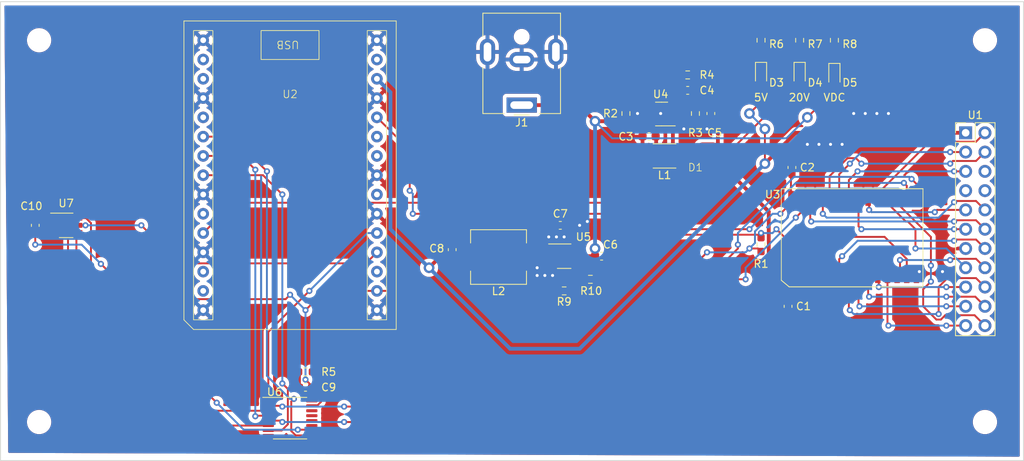
<source format=kicad_pcb>
(kicad_pcb (version 20221018) (generator pcbnew)

  (general
    (thickness 1.6)
  )

  (paper "A4")
  (layers
    (0 "F.Cu" signal)
    (31 "B.Cu" signal)
    (32 "B.Adhes" user "B.Adhesive")
    (33 "F.Adhes" user "F.Adhesive")
    (34 "B.Paste" user)
    (35 "F.Paste" user)
    (36 "B.SilkS" user "B.Silkscreen")
    (37 "F.SilkS" user "F.Silkscreen")
    (38 "B.Mask" user)
    (39 "F.Mask" user)
    (40 "Dwgs.User" user "User.Drawings")
    (41 "Cmts.User" user "User.Comments")
    (42 "Eco1.User" user "User.Eco1")
    (43 "Eco2.User" user "User.Eco2")
    (44 "Edge.Cuts" user)
    (45 "Margin" user)
    (46 "B.CrtYd" user "B.Courtyard")
    (47 "F.CrtYd" user "F.Courtyard")
    (48 "B.Fab" user)
    (49 "F.Fab" user)
    (50 "User.1" user)
    (51 "User.2" user)
    (52 "User.3" user)
    (53 "User.4" user)
    (54 "User.5" user)
    (55 "User.6" user)
    (56 "User.7" user)
    (57 "User.8" user)
    (58 "User.9" user)
  )

  (setup
    (pad_to_mask_clearance 0)
    (pcbplotparams
      (layerselection 0x00010fc_ffffffff)
      (plot_on_all_layers_selection 0x0000000_00000000)
      (disableapertmacros false)
      (usegerberextensions false)
      (usegerberattributes true)
      (usegerberadvancedattributes true)
      (creategerberjobfile true)
      (dashed_line_dash_ratio 12.000000)
      (dashed_line_gap_ratio 3.000000)
      (svgprecision 4)
      (plotframeref false)
      (viasonmask false)
      (mode 1)
      (useauxorigin false)
      (hpglpennumber 1)
      (hpglpenspeed 20)
      (hpglpendiameter 15.000000)
      (dxfpolygonmode true)
      (dxfimperialunits true)
      (dxfusepcbnewfont true)
      (psnegative false)
      (psa4output false)
      (plotreference true)
      (plotvalue true)
      (plotinvisibletext false)
      (sketchpadsonfab false)
      (subtractmaskfromsilk false)
      (outputformat 1)
      (mirror false)
      (drillshape 1)
      (scaleselection 1)
      (outputdirectory "")
    )
  )

  (net 0 "")
  (net 1 "+24V")
  (net 2 "GND")
  (net 3 "+3V3")
  (net 4 "VDC")
  (net 5 "Net-(U4-FB)")
  (net 6 "Net-(U5-CB)")
  (net 7 "Net-(U5-SW)")
  (net 8 "+5V")
  (net 9 "Net-(D1-A)")
  (net 10 "/BLANK")
  (net 11 "Net-(U4-EN)")
  (net 12 "Net-(U6-EN)")
  (net 13 "/DOT")
  (net 14 "/D")
  (net 15 "/C")
  (net 16 "/E")
  (net 17 "unconnected-(U1-NC-Pad6)")
  (net 18 "unconnected-(U1-NC-Pad7)")
  (net 19 "unconnected-(U1-NC-Pad8)")
  (net 20 "/G")
  (net 21 "/B")
  (net 22 "/F")
  (net 23 "/A")
  (net 24 "/GRID8")
  (net 25 "/GRID0")
  (net 26 "/GRID2")
  (net 27 "/GRID4")
  (net 28 "/GRID7")
  (net 29 "/GRID6")
  (net 30 "/GRID5")
  (net 31 "/GRID3")
  (net 32 "/GRID1")
  (net 33 "unconnected-(U2-RST-Pad4)")
  (net 34 "unconnected-(U2-GPIO4,ADC1_CH4,FSPIHD,MTMS-Pad6)")
  (net 35 "/SPI_MISO")
  (net 36 "/SPI_SCLK")
  (net 37 "/SPI_MOSI")
  (net 38 "unconnected-(U2-GPIO8,RGB-Pad11)")
  (net 39 "/LATCH")
  (net 40 "unconnected-(U2-GPIO0,ADC1_CH0,XTAL_32K_P-Pad17)")
  (net 41 "unconnected-(U2-GPIO1,ADC1_CH1,XTAL_32K_N-Pad18)")
  (net 42 "/TMP_CS")
  (net 43 "Net-(U2-GPIO3,ADC1_CH3)")
  (net 44 "unconnected-(U2-GPIO20,U0RXD,RX-Pad24)")
  (net 45 "unconnected-(U2-GPIO21,U0TXD,TX-Pad25)")
  (net 46 "unconnected-(U2-GPIO18-Pad27)")
  (net 47 "unconnected-(U2-GPIO19-Pad28)")
  (net 48 "unconnected-(U3-DOUT-Pad2)")
  (net 49 "unconnected-(U3-OUT19-Pad3)")
  (net 50 "unconnected-(U3-OUT18-Pad4)")
  (net 51 "unconnected-(U3-OUT17-Pad5)")
  (net 52 "/SPI_A_SCLK")
  (net 53 "/SPI_A_MOSI")
  (net 54 "Net-(U5-FB)")
  (net 55 "/SPI_B_SCLK")
  (net 56 "/SPI_B_MOSI")
  (net 57 "/SPI_B_MISO")
  (net 58 "unconnected-(U6-S3A-Pad11)")
  (net 59 "unconnected-(U6-D4-Pad12)")
  (net 60 "unconnected-(U6-S4B-Pad13)")
  (net 61 "unconnected-(U6-S4A-Pad14)")
  (net 62 "Net-(D3-K)")
  (net 63 "Net-(D4-K)")
  (net 64 "Net-(D5-K)")

  (footprint "Resistor_SMD:R_0603_1608Metric_Pad0.98x0.95mm_HandSolder" (layer "F.Cu") (at 106.68 49.784 90))

  (footprint "Capacitor_SMD:C_0603_1608Metric_Pad1.08x0.95mm_HandSolder" (layer "F.Cu") (at 88.9 64.516 180))

  (footprint "Capacitor_SMD:C_0603_1608Metric_Pad1.08x0.95mm_HandSolder" (layer "F.Cu") (at 19.812 64.516 -90))

  (footprint "Capacitor_SMD:C_0603_1608Metric_Pad1.08x0.95mm_HandSolder" (layer "F.Cu") (at 105.664 46.736))

  (footprint "Capacitor_SMD:C_0603_1608Metric_Pad1.08x0.95mm_HandSolder" (layer "F.Cu") (at 94.3345 68.58))

  (footprint "Resistor_SMD:R_0603_1608Metric_Pad0.98x0.95mm_HandSolder" (layer "F.Cu") (at 92.8605 71.628))

  (footprint "Capacitor_SMD:C_0603_1608Metric_Pad1.08x0.95mm_HandSolder" (layer "F.Cu") (at 118.872 75.184 -90))

  (footprint "esp-clock:esp32c3_devkit_minim1" (layer "F.Cu") (at 53.34 57.912 90))

  (footprint "MountingHole:MountingHole_2.7mm_M2.5" (layer "F.Cu") (at 20.32 40.132))

  (footprint "Resistor_SMD:R_0603_1608Metric_Pad0.98x0.95mm_HandSolder" (layer "F.Cu") (at 120.396 40.132 -90))

  (footprint "Package_TO_SOT_SMD:SOT-23-6_Handsoldering" (layer "F.Cu") (at 23.876 64.516))

  (footprint "Inductor_SMD:L_Taiyo-Yuden_MD-3030" (layer "F.Cu") (at 102.616 55.372))

  (footprint "Package_TO_SOT_SMD:SOT-23-5" (layer "F.Cu") (at 102.2295 49.85 180))

  (footprint "Capacitor_SMD:C_0603_1608Metric_Pad1.08x0.95mm_HandSolder" (layer "F.Cu") (at 55.372 85.852 180))

  (footprint "Resistor_SMD:R_0603_1608Metric_Pad0.98x0.95mm_HandSolder" (layer "F.Cu") (at 115.316 67.056 -90))

  (footprint "Capacitor_SMD:C_0603_1608Metric_Pad1.08x0.95mm_HandSolder" (layer "F.Cu") (at 119.38 56.896 90))

  (footprint "LED_SMD:LED_0603_1608Metric_Pad1.05x0.95mm_HandSolder" (layer "F.Cu") (at 124.968 44.845 -90))

  (footprint "Capacitor_SMD:C_0603_1608Metric_Pad1.08x0.95mm_HandSolder" (layer "F.Cu") (at 100.584 52.832 180))

  (footprint "Connector_PinHeader_2.54mm:PinHeader_2x11_P2.54mm_Vertical" (layer "F.Cu") (at 142.24 52.324))

  (footprint "Resistor_SMD:R_0603_1608Metric_Pad0.98x0.95mm_HandSolder" (layer "F.Cu") (at 124.968 40.132 -90))

  (footprint "Capacitor_SMD:C_0603_1608Metric_Pad1.08x0.95mm_HandSolder" (layer "F.Cu") (at 74.676 67.7175 90))

  (footprint "Resistor_SMD:R_0603_1608Metric_Pad0.98x0.95mm_HandSolder" (layer "F.Cu") (at 97.536 49.784 90))

  (footprint "LED_SMD:LED_0603_1608Metric_Pad1.05x0.95mm_HandSolder" (layer "F.Cu") (at 120.396 44.704 -90))

  (footprint "LED_SMD:LED_0603_1608Metric_Pad1.05x0.95mm_HandSolder" (layer "F.Cu") (at 115.316 44.704 -90))

  (footprint "esp-clock:WSO-28" (layer "F.Cu") (at 127.508 66.04))

  (footprint "MountingHole:MountingHole_2.7mm_M2.5" (layer "F.Cu") (at 20.32 90.424))

  (footprint "Resistor_SMD:R_0603_1608Metric_Pad0.98x0.95mm_HandSolder" (layer "F.Cu") (at 105.664 44.704 180))

  (footprint "Capacitor_SMD:C_0603_1608Metric_Pad1.08x0.95mm_HandSolder" (layer "F.Cu") (at 108.712 49.784 90))

  (footprint "Resistor_SMD:R_0603_1608Metric_Pad0.98x0.95mm_HandSolder" (layer "F.Cu") (at 89.408 73.152 180))

  (footprint "esp-clock:D_DO216AA" (layer "F.Cu") (at 105.9485 54.864 180))

  (footprint "MountingHole:MountingHole_2.7mm_M2.5" (layer "F.Cu") (at 144.78 90.424))

  (footprint "Connector_BarrelJack:BarrelJack_CUI_PJ-063AH_Horizontal" (layer "F.Cu") (at 83.82 48.68 180))

  (footprint "Package_TO_SOT_SMD:SOT-23-6_Handsoldering" (layer "F.Cu") (at 89.408 68.58))

  (footprint "Inductor_SMD:L_Wuerth_HCM-7050" (layer "F.Cu") (at 80.772 68.69 180))

  (footprint "Package_SO:TSSOP-16_4.4x5mm_P0.65mm" (layer "F.Cu") (at 53.34 89.916))

  (footprint "MountingHole:MountingHole_2.7mm_M2.5" (layer "F.Cu") (at 144.78 40.132))

  (footprint "Resistor_SMD:R_0603_1608Metric_Pad0.98x0.95mm_HandSolder" (layer "F.Cu") (at 115.316 40.132 -90))

  (footprint "Resistor_SMD:R_0603_1608Metric_Pad0.98x0.95mm_HandSolder" (layer "F.Cu") (at 55.372 83.82 180))

  (gr_rect (start 15.24 35.052) (end 149.86 95.504)
    (stroke (width 0.1) (type default)) (fill none) (layer "Edge.Cuts") (tstamp 61fe6ac8-2578-4a6a-a37c-f1c2c899773a))
  (gr_text "5V" (at 114.3 48.26) (layer "F.SilkS") (tstamp 1d916d4b-17a3-4e79-87e6-f8c59b55a126)
    (effects (font (size 1 1) (thickness 0.15)) (justify left bottom))
  )
  (gr_text "VDC" (at 123.444 48.26) (layer "F.SilkS") (tstamp 305fca97-54bf-4e4e-8135-8b30ea50425d)
    (effects (font (size 1 1) (thickness 0.15)) (justify left bottom))
  )
  (gr_text "20V" (at 118.872 48.26) (layer "F.SilkS") (tstamp 5fcec353-3954-49ef-b82d-dc595060757c)
    (effects (font (size 1 1) (thickness 0.15)) (justify left bottom))
  )

  (segment (start 108.712 48.9215) (end 106.73 48.9215) (width 0.5) (layer "F.Cu") (net 1) (tstamp 08cd0294-855e-4dc0-b2b7-3a62eb214276))
  (segment (start 108.712 48.9215) (end 109.637 49.8465) (width 0.5) (layer "F.Cu") (net 1) (tstamp 0aec06c9-7969-4fd6-a78c-ec78750bf606))
  (segment (start 116.332 73.152) (end 117.5015 74.3215) (width 0.5) (layer "F.Cu") (net 1) (tstamp 0ce19c35-1e6c-43d6-8f33-bb400d27cb33))
  (segment (start 118.872 74.3215) (end 118.872 71.501) (width 0.5) (layer "F.Cu") (net 1) (tstamp 16355e81-0d1d-4d06-aea5-e9f4a8dd86d1))
  (segment (start 109.637 49.8465) (end 109.637 53.7155) (width 0.5) (layer "F.Cu") (net 1) (tstamp 2db96dc3-42a5-43d4-b4d3-c3c6a286d532))
  (segment (start 117.5015 74.3215) (end 118.872 74.3215) (width 0.5) (layer "F.Cu") (net 1) (tstamp 4d57dc34-4fb8-4d1a-9745-7af5d02cd95d))
  (segment (start 108.3035 54.864) (end 111.111 54.864) (width 0.25) (layer "F.Cu") (net 1) (tstamp 56688d8a-fd69-4aac-bace-962898ce42e5))
  (segment (start 109.637 53.7155) (end 108.4885 54.864) (width 0.5) (layer "F.Cu") (net 1) (tstamp 791ea23a-6a4c-4aa6-8b3a-415b5d975274))
  (segment (start 106.68 48.8715) (end 106.68 46.8895) (width 0.5) (layer "F.Cu") (net 1) (tstamp 80e6c99e-27bc-47da-bf62-9e6f33e294c1))
  (segment (start 118.872 71.501) (end 119.253 71.12) (width 0.5) (layer "F.Cu") (net 1) (tstamp 9e79c359-a5d8-490f-8334-fdee3a57cc3d))
  (segment (start 111.111 54.864) (end 120.396 45.579) (width 0.25) (layer "F.Cu") (net 1) (tstamp a6a771b4-348b-47cf-b8ec-bf433b445165))
  (segment (start 116.332 62.7075) (end 116.332 73.152) (width 0.5) (layer "F.Cu") (net 1) (tstamp bb7e7a3d-dde5-455c-889e-4a572e5dd010))
  (segment (start 106.68 46.8895) (end 106.5265 46.736) (width 0.5) (layer "F.Cu") (net 1) (tstamp eb9239ff-5992-4932-8cbc-4f607d9a3a78))
  (segment (start 106.73 48.9215) (end 106.68 48.8715) (width 0.5) (layer "F.Cu") (net 1) (tstamp f20a0b7a-889f-44b3-b12d-b3eac0fc5df3))
  (segment (start 108.4885 54.864) (end 116.332 62.7075) (width 0.5) (layer "F.Cu") (net 1) (tstamp fee549a5-1219-4a8b-a762-8509b3c7b485))
  (segment (start 108.204 51.816) (end 108.712 51.308) (width 0.5) (layer "F.Cu") (net 2) (tstamp 2f6ad461-f2ad-4df1-bc0a-bb1078fb9c24))
  (segment (start 108.712 51.308) (end 108.712 50.6465) (width 0.5) (layer "F.Cu") (net 2) (tstamp a7871518-2d89-4488-84f0-07bf23d01b8b))
  (segment (start 54.5095 85.852) (end 54.5095 83.87) (width 0.5) (layer "F.Cu") (net 2) (tstamp b7d89fa5-dacf-43c4-a267-002220b68b3f))
  (segment (start 54.5095 83.87) (end 54.4595 83.82) (width 0.5) (layer "F.Cu") (net 2) (tstamp c29b56dc-57c8-409e-8c83-0adbc2b570f9))
  (via (at 136.144 70.612) (size 0.8) (drill 0.4) (layers "F.Cu" "B.Cu") (free) (net 2) (tstamp 01e89786-26ac-4709-af3c-3c33b1575b4f))
  (via (at 125.984 53.848) (size 0.8) (drill 0.4) (layers "F.Cu" "B.Cu") (free) (net 2) (tstamp 19f12309-78b9-4b5b-8b0e-bc97d008fc2c))
  (via (at 129.032 49.784) (size 0.8) (drill 0.4) (layers "F.Cu" "B.Cu") (free) (net 2) (tstamp 2a56e347-54dd-486c-95ab-ee4b69875260))
  (via (at 87.376 66.04) (size 0.8) (drill 0.4) (layers "F.Cu" "B.Cu") (free) (net 2) (tstamp 2b1469a1-c2c3-4764-ac14-a04a73426300))
  (via (at 85.852 70.104) (size 0.8) (drill 0.4) (layers "F.Cu" "B.Cu") (free) (net 2) (tstamp 33548ae4-bae3-4719-8d2b-550498399c92))
  (via (at 86.868 71.12) (size 0.8) (drill 0.4) (layers "F.Cu" "B.Cu") (free) (net 2) (tstamp 37461fe6-09b6-49be-b8a0-31af494904c5))
  (via (at 105.156 51.816) (size 0.8) (drill 0.4) (layers "F.Cu" "B.Cu") (free) (net 2) (tstamp 3a6c8ada-d8f7-4c54-84df-80e832f165a4))
  (via (at 122.936 53.848) (size 0.8) (drill 0.4) (layers "F.Cu" "B.Cu") (free) (net 2) (tstamp 3b84baeb-4939-402a-ac06-872ab47d9ec4))
  (via (at 87.884 71.12) (size 0.8) (drill 0.4) (layers "F.Cu" "B.Cu") (free) (net 2) (tstamp 47fc883e-a76c-41dd-8168-90cad246b50a))
  (via (at 139.192 70.612) (size 0.8) (drill 0.4) (layers "F.Cu" "B.Cu") (free) (net 2) (tstamp 4ecaf62c-2722-4a3a-ae2f-325055aa7788))
  (via (at 92.456 64.008) (size 0.8) (drill 0.4) (layers "F.Cu" "B.Cu") (free) (net 2) (tstamp 6906343f-1fec-45f3-9df9-dede0a6629b4))
  (via (at 99.06 49.784) (size 0.8) (drill 0.4) (layers "F.Cu" "B.Cu") (free) (net 2) (tstamp 6faee457-5dc2-424f-a40b-4dfdea54648e))
  (via (at 132.08 49.784) (size 0.8) (drill 0.4) (layers "F.Cu" "B.Cu") (free) (net 2) (tstamp 76ce8437-28ec-4d0f-8e91-2c3ce84154b0))
  (via (at 121.412 53.848) (size 0.8) (drill 0.4) (layers "F.Cu" "B.Cu") (free) (net 2) (tstamp 7d5789a8-7e44-47bd-b425-b4ce542de80a))
  (via (at 130.556 49.784) (size 0.8) (drill 0.4) (layers "F.Cu" "B.Cu") (free) (net 2) (tstamp 80e67168-56e7-4a9f-990e-c2f38c45fa5e))
  (via (at 102.108 49.784) (size 0.8) (drill 0.4) (layers "F.Cu" "B.Cu") (free) (net 2) (tstamp 96bdcade-d79e-4bf3-946f-21f5d2da310f))
  (via (at 127.508 49.784) (size 0.8) (drill 0.4) (layers "F.Cu" "B.Cu") (free) (net 2) (tstamp 97628f1f-039a-4de0-8cde-e6a1175b5478))
  (via (at 91.44 64.516) (size 0.8) (drill 0.4) (layers "F.Cu" "B.Cu") (free) (net 2) (tstamp b4375c79-6be5-4a1c-bfe9-5468e68b3873))
  (via (at 124.46 53.848) (size 0.8) (drill 0.4) (layers "F.Cu" "B.Cu") (free) (net 2) (tstamp b9537aa7-669c-45e2-97a4-737bad3a192c))
  (via (at 108.204 51.816) (size 0.8) (drill 0.4) (layers "F.Cu" "B.Cu") (net 2) (tstamp cd130ad8-8fe4-4f86-ada1-8592338f8c01))
  (via (at 85.852 71.12) (size 0.8) (drill 0.4) (layers "F.Cu" "B.Cu") (free) (net 2) (tstamp e10a00f5-d882-4ee6-8664-f1e8e9ba38df))
  (via (at 89.408 66.04) (size 0.8) (drill 0.4) (layers "F.Cu" "B.Cu") (free) (net 2) (tstamp e7678e2f-8a65-4e0d-82fd-aec31ad3b19b))
  (via (at 88.392 66.04) (size 0.8) (drill 0.4) (layers "F.Cu" "B.Cu") (free) (net 2) (tstamp fbed4631-c46a-4111-b05b-3952bddb41f1))
  (segment (start 56.2345 87.609) (end 56.2025 87.641) (width 0.25) (layer "F.Cu") (net 3) (tstamp 1cf32c1f-a0b6-4be2-a1d6-6d5826cf8720))
  (segment (start 113.792 67.564) (end 114.9115 67.564) (width 0.25) (layer "F.Cu") (net 3) (tstamp 38c61085-fe65-4048-a59c-bbac454c3c60))
  (segment (start 119.253 57.8855) (end 119.253 60.96) (width 0.25) (layer "F.Cu") (net 3) (tstamp 3a9a4e42-c3b3-40af-a502-1822752652f5))
  (segment (start 64.77 73.152) (end 72.644 73.152) (width 0.25) (layer "F.Cu") (net 3) (tstamp 3f52bf6a-6af9-469c-b74e-711e51f89893))
  (segment (start 119.253 60.96) (end 119.253 61.595) (width 0.25) (layer "F.Cu") (net 3) (tstamp 4324012a-0ac1-42dd-a7b6-0dc613d09329))
  (segment (start 56.2345 85.852) (end 56.2345 85.6985) (width 0.25) (layer "F.Cu") (net 3) (tstamp 4dc48d48-7e35-4ba0-9842-646df072fc57))
  (segment (start 55.372 75.692) (end 57.912 73.152) (width 0.25) (layer "F.Cu") (net 3) (tstamp 553d6904-dde0-464b-9ded-f554a8a5382e))
  (segment (start 57.912 73.152) (end 64.77 73.152) (width 0.25) (layer "F.Cu") (net 3) (tstamp 5e317b41-9550-4028-be9a-5b0579cbcf74))
  (segment (start 19.812 65.3785) (end 19.8995 65.466) (width 0.25) (layer "F.Cu") (net 3) (tstamp 6113ab0a-a699-4867-8e29-6cad64ea8255))
  (segment (start 119.253 61.595) (end 117.856 62.992) (width 0.25) (layer "F.Cu") (net 3) (tstamp 6501e76a-88cd-4923-bf0e-09fad6eecf09))
  (segment (start 56.2345 85.852) (end 56.2345 87.609) (width 0.25) (layer "F.Cu") (net 3) (tstamp 7e93ae2c-80b7-4d2f-a7b1-420e5d41699f))
  (segment (start 81.788 82.296) (end 93.98 82.296) (width 0.25) (layer "F.Cu") (net 3) (tstamp 7f8ca806-2407-4281-8143-05990a65d867))
  (segment (start 114.9115 67.564) (end 115.316 67.9685) (width 0.25) (layer "F.Cu") (net 3) (tstamp 99aa517e-51bc-43a2-9077-117abb36dc29))
  (segment (start 53.34 73.66) (end 52.761 74.239) (width 0.25) (layer "F.Cu") (net 3) (tstamp 9f9d5e18-5209-4271-8651-82782679ea7b))
  (segment (start 93.98 82.296) (end 108.204 68.072) (width 0.25) (layer "F.Cu") (net 3) (tstamp b03d59df-ebc7-4e00-bb8a-b018d7fc2aa7))
  (segment (start 33.091 74.239) (end 28.448 69.596) (width 0.25) (layer "F.Cu") (net 3) (tstamp b591cf44-ac7f-46d3-87c6-22ca50010e26))
  (segment (start 56.2345 85.6985) (end 55.372 84.836) (width 0.25) (layer "F.Cu") (net 3) (tstamp b6d03706-7dbe-4fe2-b326-0da86be405f8))
  (segment (start 119.38 57.7585) (end 119.253 57.8855) (width 0.25) (layer "F.Cu") (net 3) (tstamp c039d406-2e67-40d2-aa02-8585516a4122))
  (segment (start 19.8995 65.466) (end 22.526 65.466) (width 0.25) (layer "F.Cu") (net 3) (tstamp cad70fb2-1c7c-463d-8bff-94fd8d1dc80a))
  (segment (start 19.812 67.056) (end 19.812 65.3785) (width 0.25) (layer "F.Cu") (net 3) (tstamp d6d7bb09-43a3-4759-8824-f84d54edaff6))
  (segment (start 72.644 73.152) (end 81.788 82.296) (width 0.25) (layer "F.Cu") (net 3) (tstamp dacd1b94-3b8f-49c2-80ba-246cc387b640))
  (segment (start 52.761 74.239) (end 33.091 74.239) (width 0.25) (layer "F.Cu") (net 3) (tstamp ea2924ff-2604-4126-a28d-65b1e02ee519))
  (via (at 19.812 67.056) (size 0.8) (drill 0.4) (layers "F.Cu" "B.Cu") (net 3) (tstamp 3bce4c4a-193b-4ee0-b5e9-fccf3bc1080f))
  (via (at 55.372 84.836) (size 0.8) (drill 0.4) (layers "F.Cu" "B.Cu") (net 3) (tstamp 74d5858e-50d9-4b55-93cc-47ef24bd839d))
  (via (at 55.372 75.692) (size 0.8) (drill 0.4) (layers "F.Cu" "B.Cu") (net 3) (tstamp 76c6748b-3b93-4298-8f36-41d480c15bfe))
  (via (at 53.34 73.66) (size 0.8) (drill 0.4) (layers "F.Cu" "B.Cu") (net 3) (tstamp b64a187b-0b17-4693-b58e-7f791ae69416))
  (via (at 113.792 67.564) (size 0.8) (drill 0.4) (layers "F.Cu" "B.Cu") (net 3) (tstamp b9f9fe03-cf8f-426c-ba1d-6d9dea3fe433))
  (via (at 117.856 62.992) (size 0.8) (drill 0.4) (layers "F.Cu" "B.Cu") (net 3) (tstamp bb125702-96e7-4828-8294-3a9d1e32f599))
  (via (at 28.448 69.596) (size 0.8) (drill 0.4) (layers "F.Cu" "B.Cu") (net 3) (tstamp dd5a0366-8674-4280-a02f-e63f413dac22))
  (via (at 108.204 68.072) (size 0.8) (drill 0.4) (layers "F.Cu" "B.Cu") (net 3) (tstamp f1fbbcdc-9feb-4ced-86b9-0e819bddc5d1))
  (segment (start 113.284 68.072) (end 113.792 67.564) (width 0.25) (layer "B.Cu") (net 3) (tstamp 158cf1c6-2785-4ec9-ab9d-1a5624e62d48))
  (segment (start 114.517 66.839) (end 113.792 67.564) (width 0.25) (layer "B.Cu") (net 3) (tstamp 2354630e-065d-4168-b931-369150434b73))
  (segment (start 114.517 65.305695) (end 114.517 66.839) (width 0.25) (layer "B.Cu") (net 3) (tstamp 3426158d-3bb0-4c8a-8d94-e5471af20fa8))
  (segment (start 117.856 62.992) (end 116.830695 62.992) (width 0.25) (layer "B.Cu") (net 3) (tstamp 3be5f0ab-d478-4830-813c-a3907db86c03))
  (segment (start 108.204 68.072) (end 113.284 68.072) (width 0.25) (layer "B.Cu") (net 3) (tstamp 6a8bcf7d-a491-4088-846f-59898341e92f))
  (segment (start 116.830695 62.992) (end 114.517 65.305695) (width 0.25) (layer "B.Cu") (net 3) (tstamp 76062577-2283-46e1-9db1-92aa3de128d3))
  (segment (start 25.908 67.056) (end 19.812 67.056) (width 0.25) (layer "B.Cu") (net 3) (tstamp b447a80e-6ff5-4361-aa97-5fdc5fa3487c))
  (segment (start 28.448 69.596) (end 25.908 67.056) (width 0.25) (layer "B.Cu") (net 3) (tstamp dd0bc76e-896a-48ed-8fa5-733f971307b7))
  (segment (start 55.372 75.692) (end 53.34 73.66) (width 0.25) (layer "B.Cu") (net 3) (tstamp e0836387-5aec-4cb6-bb30-22179930b198))
  (segment (start 55.372 84.836) (end 55.372 75.692) (width 0.25) (layer "B.Cu") (net 3) (tstamp f96364e6-5b83-4cc2-8ed2-d1398feac90f))
  (segment (start 93.472 50.8) (end 101.092 50.8) (width 0.5) (layer "F.Cu") (net 4) (tstamp 01fab1af-769a-4470-97ed-fa74888d3c26))
  (segment (start 89.088 69.53) (end 90.038 68.58) (width 0.25) (layer "F.Cu") (net 4) (tstamp 2eeefac7-d4c2-40fa-8d99-c149e260dd03))
  (segment (start 124.968 46.736) (end 124.968 45.72) (width 0.25) (layer "F.Cu") (net 4) (tstamp 3a166cfe-4cd5-41bf-a241-e8b0035c22d1))
  (segment (start 91.352 48.68) (end 93.472 50.8) (width 0.5) (layer "F.Cu") (net 4) (tstamp 66e37d97-9c19-41bf-9d52-eb52a1606dfc))
  (segment (start 101.516 51.224) (end 101.516 51.816) (width 0.5) (layer "F.Cu") (net 4) (tstamp 704c3a92-5bc2-4a7f-83de-3f15a3320b72))
  (segment (start 121.412 50.292) (end 124.968 46.736) (width 0.25) (layer "F.Cu") (net 4) (tstamp 71df9208-0294-4c7c-8f01-e82d943ba7f8))
  (segment (start 101.092 50.8) (end 101.516 51.224) (width 0.5) (layer "F.Cu") (net 4) (tstamp 7a68183d-2db3-434c-9d86-79d411552684))
  (segment (start 101.516 54.864) (end 101.516 51.816) (width 0.25) (layer "F.Cu") (net 4) (tstamp 7b323cf6-70ec-4cfe-aed9-3e7df744ddd8))
  (segment (start 90.038 68.58) (end 90.758 68.58) (width 0.25) (layer "F.Cu") (net 4) (tstamp 9a828f6b-36d8-4933-b596-ce8d246e0ba9))
  (segment (start 93.472 67.564) (end 93.472 68.58) (width 0.5) (layer "F.Cu") (net 4) (tstamp ae79d4fa-ad94-4203-8cca-a5dda16700a0))
  (segment (start 88.058 69.53) (end 89.088 69.53) (width 0.25) (layer "F.Cu") (net 4) (tstamp b847ea9a-e0b6-460e-9e21-e22cc92e9f29))
  (segment (start 101.092 50.8) (end 97.6395 50.8) (width 0.25) (layer "F.Cu") (net 4) (tstamp c5d78676-225f-40b8-a946-343b7042c7b1))
  (segment (start 97.6395 50.8) (end 97.536 50.6965) (width 0.25) (layer "F.Cu") (net 4) (tstamp c885b8fd-2f62-40fd-894f-4eab1ce56ef8))
  (segment (start 93.472 68.58) (end 90.758 68.58) (width 0.5) (layer "F.Cu") (net 4) (tstamp ceefd1dc-686a-4cb3-8f9c-957599c06a72))
  (segment (start 83.82 48.68) (end 91.352 48.68) (width 0.5) (layer "F.Cu") (net 4) (tstamp cfa59a98-ed62-4006-9cba-f64c830e5339))
  (segment (start 101.516 51.816) (end 101.516 55.372) (width 0.5) (layer "F.Cu") (net 4) (tstamp d27edfb3-0239-4595-874a-6915b27c9204))
  (via (at 93.472 67.564) (size 1.4) (drill 0.8) (layers "F.Cu" "B.Cu") (net 4) (tstamp 26f475c2-bd0b-4f26-8321-3598f92c2980))
  (via (at 121.412 50.292) (size 1.4) (drill 0.8) (layers "F.Cu" "B.Cu") (net 4) (tstamp d2af1a6d-6d0a-4a52-aec5-c46368770d60))
  (via (at 93.472 50.8) (size 1.4) (drill 0.8) (layers "F.Cu" "B.Cu") (net 4) (tstamp f207d508-e553-4723-8ae3-e1fd8c2843b1))
  (segment (start 93.472 64.516) (end 93.472 50.8) (width 0.5) (layer "B.Cu") (net 4) (tstamp 309cc248-a252-435b-b4f2-d0a1fd37b5de))
  (segment (start 95.721 53.049) (end 93.472 50.8) (width 0.25) (layer "B.Cu") (net 4) (tstamp 76e9e5c4-282c-4e53-a3de-bcf89ba21e99))
  (segment (start 121.412 50.292) (end 118.655 53.049) (width 0.25) (layer "B.Cu") (net 4) (tstamp c3ea2dc7-da52-4b17-91a5-2dfdd56ee689))
  (segment (start 118.655 53.049) (end 95.721 53.049) (width 0.25) (layer "B.Cu") (net 4) (tstamp d041b8e7-701d-42fb-bd0d-31337df784cc))
  (segment (start 93.472 64.516) (end 93.472 67.564) (width 0.5) (layer "B.Cu") (net 4) (tstamp ddb01aef-85d5-4aa6-b78f-aec97573a2b9))
  (segment (start 104.8015 46.736) (end 104.8015 44.754) (width 0.25) (layer "F.Cu") (net 5) (tstamp 5e0b442f-0dc1-4743-bf66-dd3907be85ca))
  (segment (start 104.8015 44.754) (end 104.7515 44.704) (width 0.25) (layer "F.Cu") (net 5) (tstamp 657f8820-6173-46fd-8976-8e7eb2dde0d9))
  (segment (start 103.367 48.9) (end 103.367 48.1705) (width 0.25) (layer "F.Cu") (net 5) (tstamp 8f51a2c2-1f2d-447e-8757-0d904a4151cd))
  (segment (start 104.8835 48.9) (end 106.68 50.6965) (width 0.25) (layer "F.Cu") (net 5) (tstamp 9a5160ab-7c5a-448e-98b7-419a73d0dd53))
  (segment (start 103.367 48.1705) (end 104.8015 46.736) (width 0.25) (layer "F.Cu") (net 5) (tstamp f99ad937-e4ee-485a-8937-a87b9fa1d89e))
  (segment (start 103.367 48.9) (end 104.8835 48.9) (width 0.25) (layer "F.Cu") (net 5) (tstamp fe818905-e8ca-4325-9283-cce69ea96016))
  (segment (start 90.758 65.5115) (end 90.758 67.63) (width 0.25) (layer "F.Cu") (net 6) (tstamp 8db3f898-7f8b-47f5-a8cb-9e46838549ca))
  (segment (start 89.7625 64.516) (end 90.758 65.5115) (width 0.25) (layer "F.Cu") (net 6) (tstamp a608225f-1d84-4ff1-a580-3fb3ec846928))
  (segment (start 83.532 68.58) (end 83.422 68.69) (width 0.5) (layer "F.Cu") (net 7) (tstamp 105f1b80-7830-40d2-a6af-01a6be1ec85b))
  (segment (start 85.852 68.072) (end 85.852 65.024) (width 0.25) (layer "F.Cu") (net 7) (tstamp 2ba88c18-8581-4452-8711-f9d06a53a318))
  (segment (start 88.058 68.58) (end 85.344 68.58) (width 0.5) (layer "F.Cu") (net 7) (tstamp 53a22256-105e-40de-bfff-60340fc5e90a))
  (segment (start 85.344 68.58) (end 83.532 68.58) (width 0.5) (layer "F.Cu") (net 7) (tstamp 74577181-9ade-4f6a-bd59-1bf0c0efa3df))
  (segment (start 85.344 68.58) (end 85.852 68.072) (width 0.25) (layer "F.Cu") (net 7) (tstamp 7dd0da3b-9b6e-4f0a-bde4-fae7751cea67))
  (segment (start 86.36 64.516) (end 88.0375 64.516) (width 0.25) (layer "F.Cu") (net 7) (tstamp a59eb425-6fd2-4fde-aa10-b7e0cbd0ae5b))
  (segment (start 85.852 65.024) (end 86.36 64.516) (width 0.25) (layer "F.Cu") (net 7) (tstamp e755bee2-74d6-4628-b245-0ac51310940b))
  (segment (start 87.4795 74.168) (end 88.4955 73.152) (width 0.25) (layer "F.Cu") (net 8) (tstamp 0d63137e-4308-4eed-9568-6c78bdba706c))
  (segment (start 119.888 52.324) (end 115.824 56.388) (width 0.5) (layer "F.Cu") (net 8) (tstamp 2c529a77-f7af-4e98-9d25-87a20206844b))
  (segment (start 115.316 45.579) (end 115.316 48.26) (width 0.25) (layer "F.Cu") (net 8) (tstamp 3211df8d-5ea6-40d8-b1a3-73c5d88fdab7))
  (segment (start 73.042 68.69) (end 71.628 70.104) (width 0.5) (layer "F.Cu") (net 8) (tstamp 845a1db2-a072-46af-85ee-e01f38bd8405))
  (segment (start 115.824 51.816) (end 115.824 56.388) (width 0.25) (layer "F.Cu") (net 8) (tstamp 8e0f454a-ea27-432a-bbd8-b36d68e7465d))
  (segment (start 75.692 72.136) (end 77.724 74.168) (width 0.25) (layer "F.Cu") (net 8) (tstamp a69dcbef-cc25-4390-86e9-7356c817c4dc))
  (segment (start 75.692 69.596) (end 75.692 72.136) (width 0.25) (layer "F.Cu") (net 8) (tstamp bc2ef409-8823-4308-902f-ed8ea3a7507b))
  (segment (start 77.724 74.168) (end 87.4795 74.168) (width 0.25) (layer "F.Cu") (net 8) (tstamp c3f70014-9658-467a-bcb5-9da18f1492c3))
  (segment (start 78.122 68.69) (end 73.042 68.69) (width 0.5) (layer "F.Cu") (net 8) (tstamp e2ba048f-4d79-467d-9730-4e8a235db8a3))
  (segment (start 74.676 68.58) (end 75.692 69.596) (width 0.25) (layer "F.Cu") (net 8) (tstamp e4113731-4cd1-4dfe-9f36-2600db7d8c54))
  (segment (start 115.316 48.26) (end 113.792 49.784) (width 0.25) (layer "F.Cu") (net 8) (tstamp f1494bc1-f793-4f4b-bb2f-087ce49ee0f9))
  (segment (start 142.24 52.324) (end 119.888 52.324) (width 0.5) (layer "F.Cu") (net 8) (tstamp fa264db0-aaf7-4060-84e7-5318174669d9))
  (via (at 115.824 56.388) (size 1.4) (drill 0.8) (layers "F.Cu" "B.Cu") (net 8) (tstamp 028ee95a-3b3e-4135-a1b4-2ac4a5269832))
  (via (at 71.628 70.104) (size 1.4) (drill 0.8) (layers "F.Cu" "B.Cu") (net 8) (tstamp 95e38384-13ef-45a5-bcfd-9b2f477ffdb5))
  (via (at 115.824 51.816) (size 1.4) (drill 0.8) (layers "F.Cu" "B.Cu") (net 8) (tstamp c281af62-c406-4b9d-8a35-871a87c71d8c))
  (via (at 113.792 49.784) (size 1.4) (drill 0.8) (layers "F.Cu" "B.Cu") (net 8) (tstamp c6a52e20-af16-4504-ad9c-eb1a4478dd0d))
  (segment (start 66.548 65.024) (end 71.628 70.104) (width 0.5) (layer "B.Cu") (net 8) (tstamp 193832e3-d1ff-4ba7-9ec1-0911fa83c033))
  (segment (start 71.628 70.104) (end 82.296 80.772) (width 0.5) (layer "B.Cu") (net 8) (tstamp 284f1935-aed0-4698-a5d3-6abf36ee65d2))
  (segment (start 91.44 80.772) (end 115.824 56.388) (width 0.5) (layer "B.Cu") (net 8) (tstamp 7cff6756-8bb9-4371-8ee9-501d7af955ed))
  (segment (start 66.548 65.024) (end 66.548 46.99) (width 0.5) (layer "B.Cu") (net 8) (tstamp bd2169c0-6f2e-4f6d-9e33-9b3759761da0))
  (segment (start 82.296 80.772) (end 91.44 80.772) (width 0.5) (layer "B.Cu") (net 8) (tstamp bed47056-2d46-482b-94f8-b6182b81aa63))
  (segment (start 113.792 49.784) (end 115.824 51.816) (width 0.25) (layer "B.Cu") (net 8) (tstamp df9ddeda-be6b-4874-9377-e40cca79f813))
  (segment (start 66.548 46.99) (end 64.77 45.212) (width 0.5) (layer "B.Cu") (net 8) (tstamp e4efbcca-b632-4464-bddf-a0ec4a9fb92d))
  (segment (start 103.716 51.149) (end 103.367 50.8) (width 0.5) (layer "F.Cu") (net 9) (tstamp 0d896985-e3a1-402f-af2b-7cca0a78e7a7))
  (segment (start 103.716 55.372) (end 103.716 54.864) (width 0.5) (layer "F.Cu") (net 9) (tstamp b440a636-b42d-4166-8d4a-0eed7407548b))
  (segment (start 103.716 54.864) (end 105.9485 54.864) (width 0.5) (layer "F.Cu") (net 9) (tstamp ba03e9e7-deee-4b25-a20a-9045d3f34a1c))
  (segment (start 103.716 51.149) (end 103.716 54.864) (width 0.25) (layer "F.Cu") (net 9) (tstamp c3df8aba-ef6d-4579-b486-70c7a0f330f9))
  (segment (start 103.716 55.372) (end 103.716 51.149) (width 0.5) (layer "F.Cu") (net 9) (tstamp ca7327d6-1f00-423f-b267-1d62c99c82bd))
  (segment (start 115.316 65.532) (end 115.099 65.749) (width 0.25) (layer "F.Cu") (net 10) (tstamp 055119a6-c8ef-47a3-be43-26f53541a662))
  (segment (start 69.088 59.944) (end 69.088 54.61) (width 0.25) (layer "F.Cu") (net 10) (tstamp 10481e3c-96dd-4a50-9fe9-fa2dd7ed1613))
  (segment (start 94.488 62.992) (end 69.4925 62.992) (width 0.25) (layer "F.Cu") (net 10) (tstamp 323bac95-ac66-44bf-94f1-b0f29aad2e6a))
  (segment (start 131.581305 66.04) (end 134.493 68.951695) (width 0.25) (layer "F.Cu") (net 10) (tstamp 5901fe26-ad04-495f-ac85-434ab541965c))
  (segment (start 97.245 65.749) (end 94.488 62.992) (width 0.25) (layer "F.Cu") (net 10) (tstamp 6804599f-ef38-4775-8f9c-83eef4035af0))
  (segment (start 134.493 68.951695) (end 134.493 71.12) (width 0.25) (layer "F.Cu") (net 10) (tstamp 70bf3bcf-5ff6-4c98-b9e7-a25ccf6319f6))
  (segment (start 118.364 66.04) (end 131.581305 66.04) (width 0.25) (layer "F.Cu") (net 10) (tstamp 8ac439d0-1c2f-4aa1-9d2e-b1b59acfaf24))
  (segment (start 117.343701 65.019701) (end 118.364 66.04) (width 0.25) (layer "F.Cu") (net 10) (tstamp ac8b2a72-b6be-4a19-a0a9-d554cba117ae))
  (segment (start 115.316 66.1435) (end 115.316 65.532) (width 0.25) (layer "F.Cu") (net 10) (tstamp b9c34740-b35a-4d9f-b8db-64c835f39180))
  (segment (start 115.099 65.749) (end 97.245 65.749) (width 0.25) (layer "F.Cu") (net 10) (tstamp cd6ab3aa-5816-47fe-8787-7619f9fbb2c5))
  (segment (start 69.088 54.61) (end 64.77 50.292) (width 0.25) (layer "F.Cu") (net 10) (tstamp e9c0fc77-2c4e-41e1-8be9-0e7a1cb1d042))
  (via (at 117.343701 65.019701) (size 0.8) (drill 0.4) (layers "F.Cu" "B.Cu") (net 10) (tstamp 41a53a4e-3cb4-4e07-a2fc-129bfd7c8633))
  (via (at 69.088 59.944) (size 0.8) (drill 0.4) (layers "F.Cu" "B.Cu") (net 10) (tstamp be2aa8cc-8808-494d-948e-7252507c5ac0))
  (via (at 69.4925 62.992) (size 0.8) (drill 0.4) (layers "F.Cu" "B.Cu") (net 10) (tstamp de5b6e74-9094-4750-8003-16f223746f56))
  (via (at 115.316 65.532) (size 0.8) (drill 0.4) (layers "F.Cu" "B.Cu") (net 10) (tstamp fd057498-9e31-4171-99df-b154ff595324))
  (segment (start 115.316 65.532) (end 116.831402 65.532) (width 0.25) (layer "B.Cu") (net 10) (tstamp 2767ee7d-46cc-4137-ad7f-c56f9bb26e33))
  (segment (start 69.4925 60.3485) (end 69.088 59.944) (width 0.25) (layer "B.Cu") (net 10) (tstamp a02b3990-639a-42dc-9d46-da6be825d58a))
  (segment (start 116.831402 65.532) (end 117.343701 65.019701) (width 0.25) (layer "B.Cu") (net 10) (tstamp b48feb0b-d049-48ed-8e60-7020054570db))
  (segment (start 69.4925 62.992) (end 69.4925 60.3485) (width 0.25) (layer "B.Cu") (net 10) (tstamp b9bb1aff-6790-45e5-82ea-0ba297293af0))
  (segment (start 97.5645 48.9) (end 97.536 48.8715) (width 0.25) (layer "F.Cu") (net 11) (tstamp 31be0d22-b623-4c11-8a99-236b97f39aeb))
  (segment (start 101.092 48.9) (end 97.5645 48.9) (width 0.25) (layer "F.Cu") (net 11) (tstamp fa754212-3ce6-4b4c-a7a6-1c50905bdeed))
  (segment (start 56.2025 88.291) (end 56.891041 88.291) (width 0.25) (layer "F.Cu") (net 12) (tstamp 132dd206-c71e-498c-b511-708af3c6d0f4))
  (segment (start 56.891041 88.291) (end 57.404 87.778041) (width 0.25) (layer "F.Cu") (net 12) (tstamp 38789f7e-613a-4677-897d-c001e5a78b30))
  (segment (start 57.404 87.778041) (end 57.404 84.9395) (width 0.25) (layer "F.Cu") (net 12) (tstamp 7de49e51-28f3-44b4-8110-cf5c024f2fb1))
  (segment (start 57.404 84.9395) (end 56.2845 83.82) (width 0.25) (layer "F.Cu") (net 12) (tstamp e2475064-a658-4bde-9843-3b31bfc127ea))
  (segment (start 144.78 52.324) (end 143.605 53.499) (width 0.25) (layer "F.Cu") (net 13) (tstamp 07d574bb-bd17-42db-97ca-f51a6eaa9d99))
  (segment (start 143.605 53.499) (end 137.504 53.499) (width 0.25) (layer "F.Cu") (net 13) (tstamp 26276fe3-767c-44bb-ab2f-51cc59d92b84))
  (segment (start 137.504 53.499) (end 130.683 60.32) (width 0.25) (layer "F.Cu") (net 13) (tstamp 9867a5f8-1754-4490-84a4-42c920c4f4d9))
  (segment (start 130.683 60.32) (end 130.683 60.96) (width 0.25) (layer "F.Cu") (net 13) (tstamp fba0c337-ea90-4ff0-8f06-28301e7cc279))
  (segment (start 125.603 57.785) (end 125.603 60.96) (width 0.25) (layer "F.Cu") (net 14) (tstamp c8a4a1f7-887a-45dd-bcba-b68c2e674faa))
  (segment (start 142.24 54.864) (end 140.208 54.864) (width 0.25) (layer "F.Cu") (net 14) (tstamp d7f16daa-c181-4b12-8bf4-13b65720c801))
  (segment (start 127 56.388) (end 125.603 57.785) (width 0.25) (layer "F.Cu") (net 14) (tstamp df4dbe0b-bda8-4223-9955-3ef1b19cdcef))
  (via (at 140.208 54.864) (size 0.8) (drill 0.4) (layers "F.Cu" "B.Cu") (net 14) (tstamp 1d80e5d0-f83a-42f1-be9a-284853fd69f2))
  (via (at 127 56.388) (size 0.8) (drill 0.4) (layers "F.Cu" "B.Cu") (net 14) (tstamp 7d9a2910-9f9d-468f-9ce7-ee14869292ae))
  (segment (start 140.208 54.864) (end 128.524 54.864) (width 0.25) (layer "B.Cu") (net 14) (tstamp 55e57fab-caec-44b2-8936-00d6118c3c88))
  (segment (start 128.524 54.864) (end 127 56.388) (width 0.25) (layer "B.Cu") (net 14) (tstamp a1cbd362-4999-41eb-aed5-fa7f08d487f1))
  (segment (start 127.799 55.663) (end 126.699695 55.663) (width 0.25) (layer "F.Cu") (net 15) (tstamp 036db0a5-7c7f-4446-bbee-888a6a4466d2))
  (segment (start 140.557 56.039) (end 140.208 56.388) (width 0.25) (layer "F.Cu") (net 15) (tstamp 062eeb49-31ee-41eb-bc11-04b32009116c))
  (segment (start 144.78 54.864) (end 143.605 56.039) (width 0.25) (layer "F.Cu") (net 15) (tstamp 412df009-769b-4c7a-bd14-9a52551c82b3))
  (segment (start 143.605 56.039) (end 140.557 56.039) (width 0.25) (layer "F.Cu") (net 15) (tstamp 5de6d87c-cc04-43b2-8ce4-e89f502ffa40))
  (segment (start 126.699695 55.663) (end 124.333 58.029695) (width 0.25) (layer "F.Cu") (net 15) (tstamp 83349e92-2233-4869-bf32-da6ef7015369))
  (segment (start 128.524 56.388) (end 127.799 55.663) (width 0.25) (layer "F.Cu") (net 15) (tstamp a36e10cb-a290-431f-b069-e2840e1c2226))
  (segment (start 124.333 58.029695) (end 124.333 60.96) (width 0.25) (layer "F.Cu") (net 15) (tstamp b64de8f0-292b-4115-a653-577bfddc677d))
  (via (at 128.524 56.388) (size 0.8) (drill 0.4) (layers "F.Cu" "B.Cu") (net 15) (tstamp 3aed2d26-9262-48f2-b027-639d2bff2d73))
  (via (at 140.208 56.388) (size 0.8) (drill 0.4) (layers "F.Cu" "B.Cu") (net 15) (tstamp 7253690f-79b2-48cc-a7fe-752fe9b26d4b))
  (segment (start 140.208 56.388) (end 128.524 56.388) (width 0.25) (layer "B.Cu") (net 15) (tstamp 6f88d7d9-71b3-4562-b42e-1a149ac9d449))
  (segment (start 126.873 58.547) (end 126.873 60.96) (width 0.25) (layer "F.Cu") (net 16) (tstamp 11bf5115-6f42-4ce9-b274-7011876c2a0e))
  (segment (start 142.24 57.404) (end 140.716 57.404) (width 0.25) (layer "F.Cu") (net 16) (tstamp 838c320b-4cef-45d2-ba0e-3f74377b2da9))
  (segment (start 128.016 57.404) (end 126.873 58.547) (width 0.25) (layer "F.Cu") (net 16) (tstamp 91d512f0-c4b3-44a7-a239-f9b48e7b84c7))
  (via (at 140.716 57.404) (size 0.8) (drill 0.4) (layers "F.Cu" "B.Cu") (net 16) (tstamp e9cc7018-7824-4a63-8ff9-fb28fe665361))
  (via (at 128.016 57.404) (size 0.8) (drill 0.4) (layers "F.Cu" "B.Cu") (net 16) (tstamp fb03bf71-4c3b-4f99-953f-3a0346724861))
  (segment (start 140.716 57.404) (end 128.016 57.404) (width 0.25) (layer "B.Cu") (net 16) (tstamp d1944997-3ca1-4ccd-805a-822dd46bf28d))
  (segment (start 142.24 62.484) (end 138.4675 62.484) (width 0.25) (layer "F.Cu") (net 20) (tstamp 3fa7971a-240d-4fa2-9af6-8c1cf97735e8))
  (segment (start 129.54 62.484) (end 129.54 61.087) (width 0.25) (layer "F.Cu") (net 20) (tstamp 9286aa50-8af9-45b2-9b02-bd8a4df10a48))
  (segment (start 138.4675 62.484) (end 138.176 62.7755) (width 0.25) (layer "F.Cu") (net 20) (tstamp a92c1780-3a89-40e9-8a33-3e24bb5aa8ab))
  (segment (start 129.54 61.087) (end 129.413 60.96) (width 0.25) (layer "F.Cu") (net 20) (tstamp ca07cc3a-61cd-4815-80ce-170d9996143a))
  (via (at 129.54 62.484) (size 0.8) (drill 0.4) (layers "F.Cu" "B.Cu") (net 20) (tstamp 6a172a68-6790-4bc9-a4c2-4f32c0f2b6c2))
  (via (at 138.176 62.7755) (size 0.8) (drill 0.4) (layers "F.Cu" "B.Cu") (net 20) (tstamp ae8e6026-72fc-4318-951f-0cee42c39eac))
  (segment (start 129.8315 62.7755) (end 129.54 62.484) (width 0.25) (layer "B.Cu") (net 20) (tstamp 1bfa818e-d736-4573-a5e2-052e93421420))
  (segment (start 138.176 62.7755) (end 129.8315 62.7755) (width 0.25) (layer "B.Cu") (net 20) (tstamp a5094a84-d5fa-4e00-9202-a1f3cd22f167))
  (segment (start 140.875 61.309) (end 140.716 61.468) (width 0.25) (layer "F.Cu") (net 21) (tstamp 18862b33-163d-4dee-b4f4-9db63421e51d))
  (segment (start 123.444 62.992) (end 123.444 61.341) (width 0.25) (layer "F.Cu") (net 21) (tstamp 653743ac-a2a8-4bbd-8f5a-6620b8a13dec))
  (segment (start 143.605 61.309) (end 140.875 61.309) (width 0.25) (layer "F.Cu") (net 21) (tstamp 795a1e0f-604f-4763-8e00-944153818c15))
  (segment (start 144.78 62.484) (end 143.605 61.309) (width 0.25) (layer "F.Cu") (net 21) (tstamp 7e60a838-eaea-482e-9a21-388b8a242780))
  (segment (start 123.444 61.341) (end 123.063 60.96) (width 0.25) (layer "F.Cu") (net 21) (tstamp 8df2568d-a1bc-4a3d-9b9f-1f32fd6e3dee))
  (via (at 140.716 61.468) (size 0.8) (drill 0.4) (layers "F.Cu" "B.Cu") (net 21) (tstamp 05367a86-f5ef-4daf-9fd5-1a4209b9010c))
  (via (at 123.444 62.992) (size 0.8) (drill 0.4) (layers "F.Cu" "B.Cu") (net 21) (tstamp 19c33ebe-8445-4ac3-b69c-9f4839ccc5da))
  (segment (start 138.684 63.5) (end 140.716 61.468) (width 0.25) (layer "B.Cu") (net 21) (tstamp 40319415-f64b-4df9-bc36-4067e7a27ceb))
  (segment (start 138.684 63.5) (end 123.952 63.5) (width 0.25) (layer "B.Cu") (net 21) (tstamp a8c238e7-bf71-4452-972a-39ea943931c7))
  (segment (start 123.952 63.5) (end 123.444 62.992) (width 0.25) (layer "B.Cu") (net 21) (tstamp d5917994-3a88-429c-b7e8-d3b4caebad1f))
  (segment (start 128.143 64.643) (end 128.143 60.96) (width 0.25) (layer "F.Cu") (net 22) (tstamp 248d7441-914e-4c76-8f87-22c5153ce279))
  (segment (start 128.524 65.024) (end 128.143 64.643) (width 0.25) (layer "F.Cu") (net 22) (tstamp 578365ed-ff22-4bab-92f0-5699bf97586c))
  (segment (start 142.24 65.024) (end 140.716 65.024) (width 0.25) (layer "F.Cu") (net 22) (tstamp 6493db97-971f-4cc4-a1c8-80b2a8b065be))
  (via (at 128.524 65.024) (size 0.8) (drill 0.4) (layers "F.Cu" "B.Cu") (net 22) (tstamp 7dc25fcf-7531-4972-8512-131fed8e04f7))
  (via (at 140.716 65.024) (size 0.8) (drill 0.4) (layers "F.Cu" "B.Cu") (net 22) (tstamp a09c91f9-b7f8-451f-b610-7df4517bc3cc))
  (segment (start 140.716 65.024) (end 128.524 65.024) (width 0.25) (layer "B.Cu") (net 22) (tstamp 68234903-5a6b-4451-a580-0c63d1a4e88c))
  (segment (start 140.875 63.849) (end 140.716 64.008) (width 0.25) (layer "F.Cu") (net 23) (tstamp 44bda93c-08b8-4d18-924d-970a13bc3d25))
  (segment (start 121.793 63.881) (end 121.793 60.96) (width 0.25) (layer "F.Cu") (net 23) (tstamp 72c9ece1-aa15-4362-8f40-584a7f1de7e6))
  (segment (start 144.78 65.024) (end 143.605 63.849) (width 0.25) (layer "F.Cu") (net 23) (tstamp 7ff6c2f3-072b-4d13-ac37-62d585f5d30a))
  (segment (start 143.605 63.849) (end 140.875 63.849) (width 0.25) (layer "F.Cu") (net 23) (tstamp 8818494f-aa01-46bf-8024-b02a3498661e))
  (segment (start 121.92 64.008) (end 121.793 63.881) (width 0.25) (layer "F.Cu") (net 23) (tstamp c220345f-7eed-4a2d-8a7b-75379cea8816))
  (via (at 121.92 64.008) (size 0.8) (drill 0.4) (layers "F.Cu" "B.Cu") (net 23) (tstamp 3319ac93-672d-4518-8201-39de6fe3bcd8))
  (via (at 140.716 64.008) (size 0.8) (drill 0.4) (layers "F.Cu" "B.Cu") (net 23) (tstamp b91dd0d4-438d-43b9-8496-8fdd52b2ad80))
  (segment (start 140.716 64.008) (end 121.92 64.008) (width 0.25) (layer "B.Cu") (net 23) (tstamp 1fca2b11-0960-44eb-953c-2ced62f9908c))
  (segment (start 144.78 67.564) (end 143.605 66.389) (width 0.25) (layer "F.Cu") (net 24) (tstamp 083f5426-2cd9-466a-9347-f67674119947))
  (segment (start 125.984 68.58) (end 125.603 68.961) (width 0.25) (layer "F.Cu") (net 24) (tstamp 565f0b3e-bbdd-4973-9806-49653150788f))
  (segment (start 143.605 66.389) (end 140.875 66.389) (width 0.25) (layer "F.Cu") (net 24) (tstamp 580c042a-e846-437b-8422-6742ad99e6b9))
  (segment (start 140.875 66.389) (end 140.716 66.548) (width 0.25) (layer "F.Cu") (net 24) (tstamp d53c51c9-cc01-4764-bcad-d72df5062d66))
  (segment (start 125.603 68.961) (end 125.603 71.12) (width 0.25) (layer "F.Cu") (net 24) (tstamp fba3b132-9fdb-4395-a39e-da2b298472fc))
  (via (at 125.984 68.58) (size 0.8) (drill 0.4) (layers "F.Cu" "B.Cu") (net 24) (tstamp 662083d7-37c9-4fd3-82af-08fdc0eabfa7))
  (via (at 140.716 66.548) (size 0.8) (drill 0.4) (layers "F.Cu" "B.Cu") (net 24) (tstamp 81661932-f2f8-4ef3-bc1f-8916c2bd960f))
  (segment (start 128.016 66.548) (end 125.984 68.58) (width 0.25) (layer "B.Cu") (net 24) (tstamp 5da48bb4-556a-4f21-a567-d0cf6e69b6b9))
  (segment (start 140.716 66.548) (end 128.016 66.548) (width 0.25) (layer "B.Cu") (net 24) (tstamp 6e1c2b33-2d46-4437-8bad-e01fcde0a342))
  (segment (start 135.636 65.024) (end 134.62 64.008) (width 0.25) (layer "F.Cu") (net 25) (tstamp 58852e41-d8ef-4598-ac5e-833d03ab7d37))
  (segment (start 134.62 64.008) (end 134.361 64.008) (width 0.25) (layer "F.Cu") (net 25) (tstamp 5e6ec0f5-69df-4d60-861b-b5cbe3294f78))
  (segment (start 131.953 61.6) (end 131.953 60.96) (width 0.25) (layer "F.Cu") (net 25) (tstamp 6b4f7492-0a26-4f21-8508-a03b3d725e08))
  (segment (start 134.361 64.008) (end 131.953 61.6) (width 0.25) (layer "F.Cu") (net 25) (tstamp 7cc50a42-bcf9-4a64-92c5-d134034e74ec))
  (segment (start 135.636 67.564) (end 135.636 65.024) (width 0.25) (layer "F.Cu") (net 25) (tstamp e1c5aef1-1c2c-4689-bf8b-7272bfea037d))
  (via (at 135.636 67.564) (size 0.8) (drill 0.4) (layers "F.Cu" "B.Cu") (net 25) (tstamp b3f2df54-c592-4d9b-b56d-7b6da8b5117f))
  (segment (start 142.24 70.094695) (end 139.709305 67.564) (width 0.25) (layer "B.Cu") (net 25) (tstamp 3fad5e5a-6c67-467a-8232-2bf3e4e88d5d))
  (segment (start 142.24 70.104) (end 142.24 70.094695) (width 0.25) (layer "B.Cu") (net 25) (tstamp 876c3c9c-600d-4bde-a0a5-755d67a5319b))
  (segment (start 139.709305 67.564) (end 135.636 67.564) (width 0.25) (layer "B.Cu") (net 25) (tstamp ce6bba75-a946-40a0-b091-70b27bcb7f48))
  (segment (start 133.604 69.088) (end 133.604 70.739) (width 0.25) (layer "F.Cu") (net 26) (tstamp 3fe6c005-40e7-4415-a89e-52d41f131607))
  (segment (start 143.605 68.929) (end 140.367 68.929) (width 0.25) (layer "F.Cu") (net 26) (tstamp 91122fb5-dad1-49b4-ae32-ddee90286142))
  (segment (start 144.78 70.104) (end 143.605 68.929) (width 0.25) (layer "F.Cu") (net 26) (tstamp 931c6d6f-0481-4197-a2a4-fa1b48ce9a47))
  (segment (start 133.604 70.739) (end 133.223 71.12) (width 0.25) (layer "F.Cu") (net 26) (tstamp afaecf6b-d539-46d2-b63c-670c15b51e18))
  (segment (start 140.367 68.929) (end 140.208 69.088) (width 0.25) (layer "F.Cu") (net 26) (tstamp ee616457-26fa-44c6-a43c-5ae4b45409d5))
  (via (at 140.208 69.088) (size 0.8) (drill 0.4) (layers "F.Cu" "B.Cu") (net 26) (tstamp 090e655c-c796-41dd-825a-ad28c6d7ad4e))
  (via (at 133.604 69.088) (size 0.8) (drill 0.4) (layers "F.Cu" "B.Cu") (net 26) (tstamp 7ef0c199-4cdd-4145-8ac7-5aa5e8850a2b))
  (segment (start 140.208 69.088) (end 133.604 69.088) (width 0.25) (layer "B.Cu") (net 26) (tstamp 0e047db0-efcf-48d4-85f5-99c0383ce20f))
  (segment (start 130.81 72.644) (end 130.81 71.247) (width 0.25) (layer "F.Cu") (net 27) (tstamp 241c5dad-21b9-437e-961e-3ef280ea4d47))
  (segment (start 130.81 71.247) (end 130.683 71.12) (width 0.25) (layer "F.Cu") (net 27) (tstamp 95ff9584-46b8-4393-abdc-295d02ee278d))
  (segment (start 142.24 72.644) (end 139.7 72.644) (width 0.25) (layer "F.Cu") (net 27) (tstamp 96ad332a-0e9b-47bb-950e-dbda99c89240))
  (via (at 139.7 72.644) (size 0.8) (drill 0.4) (layers "F.Cu" "B.Cu") (net 27) (tstamp dc7386b7-5ed4-4973-8ae7-3d3f5ea9369d))
  (via (at 130.81 72.644) (size 0.8) (drill 0.4) (layers "F.Cu" "B.Cu") (net 27) (tstamp fd2583d4-7651-4550-ac62-fa107b0fef44))
  (segment (start 139.7 72.644) (end 130.81 72.644) (width 0.25) (layer "B.Cu") (net 27) (tstamp 4d836c3f-7f95-46a3-8827-bf583e94142e))
  (segment (start 127 75.692) (end 126.873 75.565) (width 0.25) (layer "F.Cu") (net 28) (tstamp 068237a8-ba9d-4ad0-b0f5-5737158d7175))
  (segment (start 126.873 75.565) (end 126.873 71.12) (width 0.25) (layer "F.Cu") (net 28) (tstamp 70fa1649-cfb5-4b8e-a84a-6b6d87af46f4))
  (segment (start 139.849695 71.469) (end 138.684 72.634695) (width 0.25) (layer "F.Cu") (net 28) (tstamp a6ec7a08-748f-4585-85b1-532127847b53))
  (segment (start 143.605 71.469) (end 139.849695 71.469) (width 0.25) (layer "F.Cu") (net 28) (tstamp ad051486-9e17-47dc-9941-0637c57f0eaa))
  (segment (start 138.684 72.634695) (end 138.684 76.2) (width 0.25) (layer "F.Cu") (net 28) (tstamp ae822bbe-024c-4128-b401-98c4a1158310))
  (segment (start 144.78 72.644) (end 143.605 71.469) (width 0.25) (layer "F.Cu") (net 28) (tstamp d7283d20-f421-479d-bf5b-1dadcacea19a))
  (via (at 127 75.692) (size 0.8) (drill 0.4) (layers "F.Cu" "B.Cu") (net 28) (tstamp cc887d7b-1e57-438b-ac1a-1b5f7884f135))
  (via (at 138.684 76.2) (size 0.8) (drill 0.4) (layers "F.Cu" "B.Cu") (net 28) (tstamp f14aa5ca-a7fb-41f3-8d25-a33557cc37a5))
  (segment (start 127.508 76.2) (end 127 75.692) (width 0.25) (layer "B.Cu") (net 28) (tstamp 2ee09906-0c28-4b0e-857f-41c87d57913c))
  (segment (start 138.684 76.2) (end 127.508 76.2) (width 0.25) (layer "B.Cu") (net 28) (tstamp 3d0aaa95-d4b0-4ee2-a781-51a6195805ff))
  (segment (start 128.27 75.184) (end 128.143 75.057) (width 0.25) (layer "F.Cu") (net 29) (tstamp 0e910e0f-0602-4aa6-97ac-10199f00af18))
  (segment (start 128.143 75.057) (end 128.143 71.12) (width 0.25) (layer "F.Cu") (net 29) (tstamp 2223d4f6-2363-4af0-98f2-283effe47802))
  (segment (start 142.24 75.184) (end 139.7 75.184) (width 0.25) (layer "F.Cu") (net 29) (tstamp a18709d6-973f-4169-be5f-2af99bdefe1b))
  (via (at 128.27 75.184) (size 0.8) (drill 0.4) (layers "F.Cu" "B.Cu") (net 29) (tstamp 0ba4705a-9e3f-4b15-b014-691be8cc0179))
  (via (at 139.7 75.184) (size 0.8) (drill 0.4) (layers "F.Cu" "B.Cu") (net 29) (tstamp 9603a013-f313-48ba-9c0f-c0c893193d7a))
  (segment (start 139.7 75.184) (end 128.27 75.184) (width 0.25) (layer "B.Cu") (net 29) (tstamp 1106d9a2-a37e-44ad-ad41-30cd5f1bc1f0))
  (segment (start 144.78 75.184) (end 143.51 73.914) (width 0.25) (layer "F.Cu") (net 30) (tstamp 127462bb-01c0-44f8-b054-d3bf0e483f07))
  (segment (start 129.413 73.787) (end 129.413 71.12) (width 0.25) (layer "F.Cu") (net 30) (tstamp acf360f3-fd30-46f1-877d-71aeb568f651))
  (segment (start 143.51 73.914) (end 139.7 73.914) (width 0.25) (layer "F.Cu") (net 30) (tstamp f1fb3ed0-a172-464c-8356-2426a67ece4b))
  (segment (start 129.54 73.914) (end 129.413 73.787) (width 0.25) (layer "F.Cu") (net 30) (tstamp f92138ad-efb3-489a-b2c0-4ff3f95ad9cd))
  (via (at 139.7 73.914) (size 0.8) (drill 0.4) (layers "F.Cu" "B.Cu") (net 30) (tstamp 6baf5743-63cd-4685-a7be-fb9287450b59))
  (via (at 129.54 73.914) (size 0.8) (drill 0.4) (layers "F.Cu" "B.Cu") (net 30) (tstamp c2090148-29f2-4ca5-8293-45958afe9abc))
  (segment (start 139.7 73.914) (end 129.54 73.914) (width 0.25) (layer "B.Cu") (net 30) (tstamp f5f574fc-b374-467b-a191-d2afe7617522))
  (segment (start 132.08 77.724) (end 131.953 77.597) (width 0.25) (layer "F.Cu") (net 31) (tstamp 3ffa2461-ca0b-4ea7-9219-27d63e099084))
  (segment (start 142.24 77.724) (end 139.7 77.724) (width 0.25) (layer "F.Cu") (net 31) (tstamp 7af90f48-ac27-45da-8e2e-5ce8c3c8dbef))
  (segment (start 131.953 77.597) (end 131.953 71.12) (width 0.25) (layer "F.Cu") (net 31) (tstamp 90155c10-ac67-4edc-a444-ec904828010c))
  (via (at 132.08 77.724) (size 0.8) (drill 0.4) (layers "F.Cu" "B.Cu") (net 31) (tstamp f4d316d4-8215-408f-bff4-f238ce5ed5eb))
  (via (at 139.7 77.724) (size 0.8) (drill 0.4) (layers "F.Cu" "B.Cu") (net 31) (tstamp fe747c08-ad0e-463e-a029-a38dc6544811))
  (segment (start 139.7 77.724) (end 132.08 77.724) (width 0.25) (layer "B.Cu") (net 31) (tstamp c9ead4b7-7b5d-4a6a-9c58-0783db83ae04))
  (segment (start 133.223 61.6) (end 133.223 60.96) (width 0.25) (layer "F.Cu") (net 32) (tstamp 00781816-3116-4c21-bfa0-ef2dbe71fcb6))
  (segment (start 138.383695 76.925) (end 136.652 75.193305) (width 0.25) (layer "F.Cu") (net 32) (tstamp 17910d0b-f19d-4a6a-b397-38c0f68692be))
  (segment (start 144.78 77.724) (end 143.415 76.359) (width 0.25) (layer "F.Cu") (net 32) (tstamp 1ce1fb92-0954-4541-9c34-438ec627539b))
  (segment (start 136.652 72.9355) (end 137.668 71.9195) (width 0.25) (layer "F.Cu") (net 32) (tstamp 22cced65-8a57-410e-bc59-de83200ea6e3))
  (segment (start 143.415 76.359) (end 139.550305 76.359) (width 0.25) (layer "F.Cu") (net 32) (tstamp 304dd492-8219-48a2-9186-2f717236858c))
  (segment (start 138.984305 76.925) (end 138.383695 76.925) (width 0.25) (layer "F.Cu") (net 32) (tstamp 474207e3-1a3a-4ad2-afd7-6e2fe3d1046a))
  (segment (start 137.668 69.8125) (end 137.668 66.045) (width 0.25) (layer "F.Cu") (net 32) (tstamp 494a01d8-a09f-4243-908d-5dcec319b681))
  (segment (start 137.668 66.045) (end 133.223 61.6) (width 0.25) (layer "F.Cu") (net 32) (tstamp 5e4a3e6f-fd43-4e25-b100-d26a920454e6))
  (segment (start 136.652 75.193305) (end 136.652 72.9355) (width 0.25) (layer "F.Cu") (net 32) (tstamp 7529e7de-52de-43f3-8473-21ad301d223d))
  (segment (start 139.550305 76.359) (end 138.984305 76.925) (width 0.25) (layer "F.Cu") (net 32) (tstamp e204914a-5e53-4603-87ea-7fd70ed1f9f2))
  (via (at 137.668 69.8125) (size 0.8) (drill 0.4) (layers "F.Cu" "B.Cu") (net 32) (tstamp 1cf175ae-7e6c-4191-9314-c0feb8645728))
  (via (at 137.668 71.9195) (size 0.8) (drill 0.4) (layers "F.Cu" "B.Cu") (net 32) (tstamp 68470683-1b74-45ce-b413-eee18ee00970))
  (segment (start 137.668 71.9195) (end 137.668 69.8125) (width 0.25) (layer "B.Cu") (net 32) (tstamp df4ccfc3-1095-4159-bfc6-1174dd9ed7cc))
  (segment (start 53.499 87.725) (end 53.848 87.376) (width 0.25) (layer "F.Cu") (net 35) (tstamp 09d198d8-6e10-4a0a-bbe4-128d6d4f3f31))
  (segment (start 54.081695 92.191) (end 53.499 91.608305) (width 0.25) (layer "F.Cu") (net 35) (tstamp 153a3c96-200a-4212-84a0-5f9db1b2e570))
  (segment (start 45.728598 52.832) (end 41.91 52.832) (width 0.25) (layer "F.Cu") (net 35) (tstamp 8dd4946e-5071-4d2a-bc04-bafa11873102))
  (segment (start 56.2025 92.191) (end 54.081695 92.191) (width 0.25) (layer "F.Cu") (net 35) (tstamp ac0370cf-dc8d-49f8-8427-50e38fb1ae11))
  (segment (start 53.499 91.608305) (end 53.499 87.725) (width 0.25) (layer "F.Cu") (net 35) (tstamp af490c3d-1ade-4b1d-9cb6-7468cfb87e05))
  (segment (start 50.296299 57.399701) (end 45.728598 52.832) (width 0.25) (layer "F.Cu") (net 35) (tstamp ec6976b1-c951-4265-b10b-4c4dea7e4e16))
  (via (at 53.848 87.376) (size 0.8) (drill 0.4) (layers "F.Cu" "B.Cu") (net 35) (tstamp 2f59f7fd-4c88-418f-ad8d-370d5a53bd9e))
  (via (at 50.296299 57.399701) (size 0.8) (drill 0.4) (layers "F.Cu" "B.Cu") (net 35) (tstamp 33c50bf0-a8f4-4d6f-9b6b-17aef8d232ee))
  (segment (start 50.292 84.337305) (end 50.292 57.404) (width 0.25) (layer "B.Cu") (net 35) (tstamp 417facab-7345-4d31-9cc6-54302631a16a))
  (segment (start 53.848 87.376) (end 53.330695 87.376) (width 0.25) (layer "B.Cu") (net 35) (tstamp 7aaac815-32b8-4f4f-a7e8-2d83a14a33c3))
  (segment (start 53.330695 87.376) (end 50.292 84.337305) (width 0.25) (layer "B.Cu") (net 35) (tstamp df3b92e1-f90e-41cd-9cce-610feb33d996))
  (segment (start 50.292 57.404) (end 50.296299 57.399701) (width 0.25) (layer "B.Cu") (net 35) (tstamp f23ce3d5-5d56-451d-86a5-bc69d3f93c7e))
  (segment (start 48.8425 89.591) (end 48.768 89.6655) (width 0.25) (layer "F.Cu") (net 36) (tstamp 1c19450b-7922-4f8e-948b-d73cacd86e25))
  (segment (start 46.9525 55.372) (end 41.91 55.372) (width 0.25) (layer "F.Cu") (net 36) (tstamp 908cd7d7-9403-4f52-bd27-651c740aeab8))
  (segment (start 48.768 57.1875) (end 46.9525 55.372) (width 0.25) (layer "F.Cu") (net 36) (tstamp 91aedc8c-a9f2-4936-ae39-2ccce6d262ec))
  (segment (start 50.4775 89.591) (end 48.8425 89.591) (width 0.25) (layer "F.Cu") (net 36) (tstamp f28a6a19-9fbd-42d8-8016-d1ef03c8f205))
  (via (at 48.768 57.1875) (size 0.8) (drill 0.4) (layers "F.Cu" "B.Cu") (net 36) (tstamp c8dbb7d6-7557-4d6f-b946-42a93e3ef764))
  (via (at 48.768 89.6655) (size 0.8) (drill 0.4) (layers "F.Cu" "B.Cu") (net 36) (tstamp cc5cbedc-6295-4388-a959-604de5fda82f))
  (segment (start 48.768 89.6655) (end 48.768 57.1875) (width 0.25) (layer "B.Cu") (net 36) (tstamp dfe67233-0cc2-4730-bea0-180c7d271bb2))
  (segment (start 53.049 90.724305) (end 52.232305 91.541) (width 0.25) (layer "F.Cu") (net 37) (tstamp 02525353-4a7c-44f1-9626-49ae4b71c27a))
  (segment (start 52.324 60.452) (end 49.784 57.912) (width 0.25) (layer "F.Cu") (net 37) (tstamp 0d83c394-be30-4b99-8408-676f9f50a84b))
  (segment (start 52.324 85.344) (end 53.049 86.069) (width 0.25) (layer "F.Cu") (net 37) (tstamp 54ff6035-917f-476a-9205-7277e858267a))
  (segment (start 53.049 86.069) (end 53.049 90.724305) (width 0.25) (layer "F.Cu") (net 37) (tstamp 97b0bb92-aa7d-4bc0-8e19-d6ed74f1f9f5))
  (segment (start 49.784 57.912) (end 41.91 57.912) (width 0.25) (layer "F.Cu") (net 37) (tstamp c1347726-247e-44d8-8069-ce15c26bbe28))
  (segment (start 52.232305 91.541) (end 50.4775 91.541) (width 0.25) (layer "F.Cu") (net 37) (tstamp c5d57571-ccfa-4a5f-a30f-582b43de1d1f))
  (via (at 52.324 85.344) (size 0.8) (drill 0.4) (layers "F.Cu" "B.Cu") (net 37) (tstamp 3c229041-3b43-41ea-97ee-f928fadabd6a))
  (via (at 52.324 60.452) (size 0.8) (drill 0.4) (layers "F.Cu" "B.Cu") (net 37) (tstamp aa5fe721-b1a4-4650-bd13-350b8cd1fbe7))
  (segment (start 52.324 85.344) (end 52.324 60.452) (width 0.25) (layer "B.Cu") (net 37) (tstamp c1febda7-af61-4487-86e3-02128e634d56))
  (segment (start 41.91 65.532) (end 45.903 61.539) (width 0.25) (layer "F.Cu") (net 39) (tstamp 354dc064-23f6-4225-93f3-2c960326ff5c))
  (segment (start 94.559 61.539) (end 98.044 65.024) (width 0.25) (layer "F.Cu") (net 39) (tstamp 478c19d4-5fc2-42ef-a530-aa2195bc1b64))
  (segment (start 134.493 59.309) (end 134.112 58.928) (width 0.25) (layer "F.Cu") (net 39) (tstamp 51be847f-8e5f-4512-94f0-ae5b7412be76))
  (segment (start 45.903 61.539) (end 94.559 61.539) (width 0.25) (layer "F.Cu") (net 39) (tstamp 5efe88dc-fc89-40ef-9d8f-9c48d648d1c4))
  (segment (start 134.493 60.96) (end 134.493 59.309) (width 0.25) (layer "F.Cu") (net 39) (tstamp 6066a446-f396-41e8-b0f1-711dc9cc8e11))
  (segment (start 98.044 65.024) (end 113.792 65.024) (width 0.25) (layer "F.Cu") (net 39) (tstamp bd8c7c8f-9d44-45be-935b-7ee878a750d9))
  (via (at 134.112 58.928) (size 0.8) (drill 0.4) (layers "F.Cu" "B.Cu") (net 39) (tstamp 1ab25962-d3f7-49dd-a86e-8616c591882d))
  (via (at 113.792 65.024) (size 0.8) (drill 0.4) (layers "F.Cu" "B.Cu") (net 39) (tstamp 578a9b89-87f9-4c2c-8ffd-9f7ebbd01a58))
  (segment (start 119.888 58.928) (end 113.792 65.024) (width 0.25) (layer "B.Cu") (net 39) (tstamp 6900b423-dcca-4ccb-88a5-320a95cc26c8))
  (segment (start 134.112 58.928) (end 119.888 58.928) (width 0.25) (layer "B.Cu") (net 39) (tstamp 7b3be47f-edd9-46db-a893-c931fc3851f9))
  (segment (start 33.768749 64.516) (end 38.777749 69.525) (width 0.25) (layer "F.Cu") (net 42) (tstamp 0ad598c3-e36c-4523-b637-b7f5facfb258))
  (segment (start 63.317 69.525) (end 64.77 68.072) (width 0.25) (layer "F.Cu") (net 42) (tstamp cafac576-f78d-4225-a96d-91bc91f78311))
  (segment (start 38.777749 69.525) (end 63.317 69.525) (width 0.25) (layer "F.Cu") (net 42) (tstamp cca76c53-d554-49a2-b625-9cdaf795c42a))
  (segment (start 25.226 64.516) (end 26.416 64.516) (width 0.25) (layer "F.Cu") (net 42) (tstamp ce9f0d48-d3c2-4a8e-aacd-fe030b9b018e))
  (via (at 26.416 64.516) (size 0.8) (drill 0.4) (layers "F.Cu" "B.Cu") (net 42) (tstamp b66f7a12-fb5a-47ec-b046-09ac92aaefce))
  (via (at 33.768749 64.516) (size 0.8) (drill 0.4) (layers "F.Cu" "B.Cu") (net 42) (tstamp ce6f74b9-10aa-4111-93f4-fb02ecd78bfc))
  (segment (start 26.416 64.516) (end 33.768749 64.516) (width 0.25) (layer "B.Cu") (net 42) (tstamp 990849b4-9840-4094-9e75-25f2b6ace41a))
  (segment (start 50.4775 78.5545) (end 55.88 73.152) (width 0.25) (layer "F.Cu") (net 43) (tstamp 262637fe-116a-466f-b2ce-579ac99549f3))
  (segment (start 50.4775 87.641) (end 50.4775 78.5545) (width 0.25) (layer "F.Cu") (net 43) (tstamp 8d284450-bb8c-4b0a-946a-28fcae0b7e75))
  (via (at 55.88 73.152) (size 0.8) (drill 0.4) (layers "F.Cu" "B.Cu") (net 43) (tstamp f55752f2-dec7-4138-845a-4a96d0dc183c))
  (segment (start 63.5 65.532) (end 64.77 65.532) (width 0.25) (layer "B.Cu") (net 43) (tstamp 1c3bf0d7-0ac7-445f-bde8-b870b7b38d49))
  (segment (start 55.88 73.
... [489276 chars truncated]
</source>
